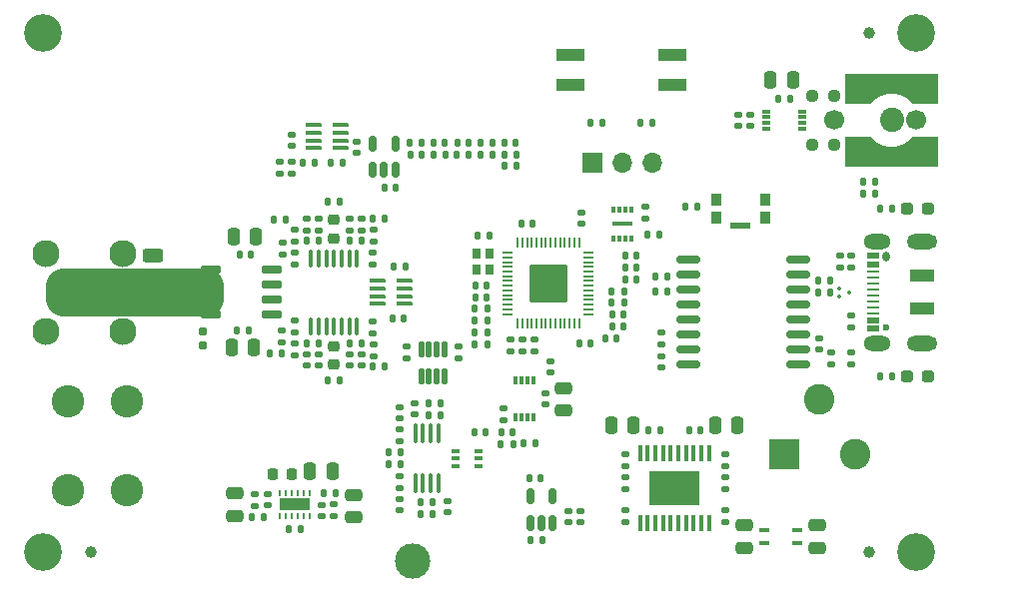
<source format=gts>
G04 #@! TF.GenerationSoftware,KiCad,Pcbnew,8.0.4-8.0.4-0~ubuntu22.04.1*
G04 #@! TF.CreationDate,2024-08-15T16:32:52-07:00*
G04 #@! TF.ProjectId,harp_lick_detector_capactive,68617270-5f6c-4696-936b-5f6465746563,rev?*
G04 #@! TF.SameCoordinates,PX640a5a0PY7088980*
G04 #@! TF.FileFunction,Soldermask,Top*
G04 #@! TF.FilePolarity,Negative*
%FSLAX46Y46*%
G04 Gerber Fmt 4.6, Leading zero omitted, Abs format (unit mm)*
G04 Created by KiCad (PCBNEW 8.0.4-8.0.4-0~ubuntu22.04.1) date 2024-08-15 16:32:52*
%MOMM*%
%LPD*%
G01*
G04 APERTURE LIST*
G04 Aperture macros list*
%AMRoundRect*
0 Rectangle with rounded corners*
0 $1 Rounding radius*
0 $2 $3 $4 $5 $6 $7 $8 $9 X,Y pos of 4 corners*
0 Add a 4 corners polygon primitive as box body*
4,1,4,$2,$3,$4,$5,$6,$7,$8,$9,$2,$3,0*
0 Add four circle primitives for the rounded corners*
1,1,$1+$1,$2,$3*
1,1,$1+$1,$4,$5*
1,1,$1+$1,$6,$7*
1,1,$1+$1,$8,$9*
0 Add four rect primitives between the rounded corners*
20,1,$1+$1,$2,$3,$4,$5,0*
20,1,$1+$1,$4,$5,$6,$7,0*
20,1,$1+$1,$6,$7,$8,$9,0*
20,1,$1+$1,$8,$9,$2,$3,0*%
%AMFreePoly0*
4,1,32,6.515355,1.015355,6.530000,0.980000,6.530000,-1.460000,6.515355,-1.495355,6.480000,-1.510000,4.370000,-1.510000,4.334645,-1.495355,4.331733,-1.492182,4.233311,-1.375152,4.010127,-1.166712,3.760982,-0.990846,3.490208,-0.850542,3.202845,-0.748414,2.904254,-0.686366,2.600000,-0.665554,2.295745,-0.686366,1.997154,-0.748414,1.709791,-0.850542,1.439017,-0.990846,1.189872,-1.166712,
0.966688,-1.375152,0.868267,-1.492182,0.834303,-1.509815,0.830000,-1.510000,-1.280000,-1.510000,-1.315355,-1.495355,-1.330000,-1.460000,-1.330000,0.980000,-1.315355,1.015355,-1.280000,1.030000,6.480000,1.030000,6.515355,1.015355,6.515355,1.015355,$1*%
G04 Aperture macros list end*
%ADD10C,3.000000*%
%ADD11RoundRect,0.140000X-0.140000X-0.170000X0.140000X-0.170000X0.140000X0.170000X-0.140000X0.170000X0*%
%ADD12RoundRect,0.140000X-0.170000X0.140000X-0.170000X-0.140000X0.170000X-0.140000X0.170000X0.140000X0*%
%ADD13RoundRect,0.135000X0.185000X-0.135000X0.185000X0.135000X-0.185000X0.135000X-0.185000X-0.135000X0*%
%ADD14RoundRect,0.135000X-0.135000X-0.185000X0.135000X-0.185000X0.135000X0.185000X-0.135000X0.185000X0*%
%ADD15RoundRect,0.237500X0.287500X0.237500X-0.287500X0.237500X-0.287500X-0.237500X0.287500X-0.237500X0*%
%ADD16RoundRect,0.135000X-0.185000X0.135000X-0.185000X-0.135000X0.185000X-0.135000X0.185000X0.135000X0*%
%ADD17RoundRect,0.140000X0.140000X0.170000X-0.140000X0.170000X-0.140000X-0.170000X0.140000X-0.170000X0*%
%ADD18RoundRect,0.135000X0.135000X0.185000X-0.135000X0.185000X-0.135000X-0.185000X0.135000X-0.185000X0*%
%ADD19R,2.600000X2.600000*%
%ADD20C,2.600000*%
%ADD21RoundRect,0.140000X0.170000X-0.140000X0.170000X0.140000X-0.170000X0.140000X-0.170000X-0.140000X0*%
%ADD22RoundRect,0.250000X-0.475000X0.250000X-0.475000X-0.250000X0.475000X-0.250000X0.475000X0.250000X0*%
%ADD23RoundRect,0.160000X0.160000X-0.197500X0.160000X0.197500X-0.160000X0.197500X-0.160000X-0.197500X0*%
%ADD24C,2.200000*%
%ADD25C,2.300000*%
%ADD26R,2.440000X1.120000*%
%ADD27RoundRect,0.100000X-0.562500X-0.100000X0.562500X-0.100000X0.562500X0.100000X-0.562500X0.100000X0*%
%ADD28RoundRect,0.075000X-0.075000X0.075000X-0.075000X-0.075000X0.075000X-0.075000X0.075000X0.075000X0*%
%ADD29RoundRect,0.250000X-0.625000X0.312500X-0.625000X-0.312500X0.625000X-0.312500X0.625000X0.312500X0*%
%ADD30RoundRect,0.062500X-0.062500X0.187500X-0.062500X-0.187500X0.062500X-0.187500X0.062500X0.187500X0*%
%ADD31R,2.650000X1.000000*%
%ADD32RoundRect,0.250000X-0.250000X-0.475000X0.250000X-0.475000X0.250000X0.475000X-0.250000X0.475000X0*%
%ADD33RoundRect,0.225000X0.250000X-0.225000X0.250000X0.225000X-0.250000X0.225000X-0.250000X-0.225000X0*%
%ADD34RoundRect,0.150000X-0.725000X-0.150000X0.725000X-0.150000X0.725000X0.150000X-0.725000X0.150000X0*%
%ADD35R,0.800000X0.300000*%
%ADD36C,3.200000*%
%ADD37RoundRect,0.050000X-0.050000X0.387500X-0.050000X-0.387500X0.050000X-0.387500X0.050000X0.387500X0*%
%ADD38RoundRect,0.050000X-0.387500X0.050000X-0.387500X-0.050000X0.387500X-0.050000X0.387500X0.050000X0*%
%ADD39RoundRect,0.144000X-1.456000X1.456000X-1.456000X-1.456000X1.456000X-1.456000X1.456000X1.456000X0*%
%ADD40RoundRect,0.237500X-0.250000X-0.237500X0.250000X-0.237500X0.250000X0.237500X-0.250000X0.237500X0*%
%ADD41C,0.600000*%
%ADD42R,2.000000X1.000000*%
%ADD43O,0.600000X0.850000*%
%ADD44R,1.000000X0.520000*%
%ADD45R,1.000000X0.270000*%
%ADD46O,2.300000X1.300000*%
%ADD47O,2.600000X1.300000*%
%ADD48RoundRect,0.250000X0.250000X0.475000X-0.250000X0.475000X-0.250000X-0.475000X0.250000X-0.475000X0*%
%ADD49R,0.900000X1.000000*%
%ADD50R,1.700000X0.550000*%
%ADD51R,0.800000X0.900000*%
%ADD52RoundRect,0.147500X-0.172500X0.147500X-0.172500X-0.147500X0.172500X-0.147500X0.172500X0.147500X0*%
%ADD53C,1.000000*%
%ADD54RoundRect,0.100000X-0.100000X0.712500X-0.100000X-0.712500X0.100000X-0.712500X0.100000X0.712500X0*%
%ADD55RoundRect,0.150000X0.875000X0.150000X-0.875000X0.150000X-0.875000X-0.150000X0.875000X-0.150000X0*%
%ADD56R,0.300000X0.800000*%
%ADD57C,2.050000*%
%ADD58FreePoly0,180.000000*%
%ADD59FreePoly0,0.000000*%
%ADD60RoundRect,0.125000X0.125000X-0.537500X0.125000X0.537500X-0.125000X0.537500X-0.125000X-0.537500X0*%
%ADD61RoundRect,0.100000X0.100000X-0.637500X0.100000X0.637500X-0.100000X0.637500X-0.100000X-0.637500X0*%
%ADD62RoundRect,0.100000X0.225000X0.100000X-0.225000X0.100000X-0.225000X-0.100000X0.225000X-0.100000X0*%
%ADD63RoundRect,0.147500X0.147500X0.172500X-0.147500X0.172500X-0.147500X-0.172500X0.147500X-0.172500X0*%
%ADD64R,0.450000X1.450000*%
%ADD65R,4.200000X3.000000*%
%ADD66RoundRect,0.160000X-0.197500X-0.160000X0.197500X-0.160000X0.197500X0.160000X-0.197500X0.160000X0*%
%ADD67C,2.750000*%
%ADD68RoundRect,0.225000X-0.225000X-0.250000X0.225000X-0.250000X0.225000X0.250000X-0.225000X0.250000X0*%
%ADD69RoundRect,0.150000X0.150000X-0.512500X0.150000X0.512500X-0.150000X0.512500X-0.150000X-0.512500X0*%
%ADD70R,1.700000X1.700000*%
%ADD71O,1.700000X1.700000*%
%ADD72R,0.300000X0.600000*%
%ADD73R,1.700000X0.300000*%
%ADD74RoundRect,0.100000X0.350000X0.100000X-0.350000X0.100000X-0.350000X-0.100000X0.350000X-0.100000X0*%
%ADD75RoundRect,0.250000X0.475000X-0.250000X0.475000X0.250000X-0.475000X0.250000X-0.475000X-0.250000X0*%
%ADD76C,3.000000*%
%ADD77C,1.700000*%
G04 APERTURE END LIST*
D10*
X4650000Y25550000D02*
X16800000Y25550000D01*
X16800000Y24450000D01*
X4650000Y24450000D01*
X4650000Y25550000D01*
G36*
X4650000Y25550000D02*
G01*
X16800000Y25550000D01*
X16800000Y24450000D01*
X4650000Y24450000D01*
X4650000Y25550000D01*
G37*
D11*
G04 #@! TO.C,C6*
X39620000Y24600000D03*
X40580000Y24600000D03*
G04 #@! TD*
D12*
G04 #@! TO.C,C30*
X25300000Y31230000D03*
X25300000Y30270000D03*
G04 #@! TD*
D13*
G04 #@! TO.C,R28*
X43600000Y19990000D03*
X43600000Y21010000D03*
G04 #@! TD*
D14*
G04 #@! TO.C,R24*
X22190000Y19800000D03*
X23210000Y19800000D03*
G04 #@! TD*
D15*
G04 #@! TO.C,D1*
X77975000Y17900000D03*
X76225000Y17900000D03*
G04 #@! TD*
D16*
G04 #@! TO.C,R56*
X23070866Y36110000D03*
X23070866Y35090000D03*
G04 #@! TD*
D17*
G04 #@! TO.C,C21*
X20380000Y21800000D03*
X19420000Y21800000D03*
G04 #@! TD*
G04 #@! TO.C,C19*
X49380000Y20700000D03*
X48420000Y20700000D03*
G04 #@! TD*
D13*
G04 #@! TO.C,R40*
X60800000Y8327500D03*
X60800000Y9347500D03*
G04 #@! TD*
D18*
G04 #@! TO.C,R52*
X36010000Y6200000D03*
X34990000Y6200000D03*
G04 #@! TD*
D12*
G04 #@! TO.C,C75*
X38200000Y20380000D03*
X38200000Y19420000D03*
G04 #@! TD*
D13*
G04 #@! TO.C,R44*
X42600000Y19990000D03*
X42600000Y21010000D03*
G04 #@! TD*
D17*
G04 #@! TO.C,C71*
X28350866Y36000000D03*
X27390866Y36000000D03*
G04 #@! TD*
D11*
G04 #@! TO.C,C9*
X51220000Y23100000D03*
X52180000Y23100000D03*
G04 #@! TD*
D16*
G04 #@! TO.C,R73*
X30900000Y22520000D03*
X30900000Y21500000D03*
G04 #@! TD*
D14*
G04 #@! TO.C,R58*
X53590000Y39400000D03*
X54610000Y39400000D03*
G04 #@! TD*
D13*
G04 #@! TO.C,R67*
X31000000Y29290000D03*
X31000000Y30310000D03*
G04 #@! TD*
D14*
G04 #@! TO.C,R62*
X34990000Y7200000D03*
X36010000Y7200000D03*
G04 #@! TD*
D19*
G04 #@! TO.C,J6*
X65800000Y11250000D03*
D20*
X71800000Y11250000D03*
X68800000Y15950000D03*
G04 #@! TD*
D21*
G04 #@! TO.C,C61*
X29600000Y36820000D03*
X29600000Y37780000D03*
G04 #@! TD*
G04 #@! TO.C,C27*
X48500000Y5520000D03*
X48500000Y6480000D03*
G04 #@! TD*
D14*
G04 #@! TO.C,R66*
X28990000Y29350000D03*
X30010000Y29350000D03*
G04 #@! TD*
D12*
G04 #@! TO.C,C38*
X33200000Y15280000D03*
X33200000Y14320000D03*
G04 #@! TD*
D22*
G04 #@! TO.C,C45*
X62400000Y5250000D03*
X62400000Y3350000D03*
G04 #@! TD*
D23*
G04 #@! TO.C,R59*
X16500000Y20502500D03*
X16500000Y21697500D03*
G04 #@! TD*
D21*
G04 #@! TO.C,C66*
X33800000Y19420000D03*
X33800000Y20380000D03*
G04 #@! TD*
D18*
G04 #@! TO.C,R26*
X26310000Y20650000D03*
X25290000Y20650000D03*
G04 #@! TD*
D14*
G04 #@! TO.C,R75*
X39590000Y20600000D03*
X40610000Y20600000D03*
G04 #@! TD*
G04 #@! TO.C,R60*
X39590000Y22600000D03*
X40610000Y22600000D03*
G04 #@! TD*
D16*
G04 #@! TO.C,R38*
X60800000Y11247500D03*
X60800000Y10227500D03*
G04 #@! TD*
D24*
G04 #@! TO.C,J3*
X7000000Y25000000D03*
X4460000Y25000000D03*
D25*
X3190000Y21723400D03*
X9743200Y21723400D03*
X3190000Y28276600D03*
X9743200Y28276600D03*
G04 #@! TD*
D26*
G04 #@! TO.C,SW2*
X47695000Y45170000D03*
X47695000Y42630000D03*
X56305000Y42630000D03*
X56305000Y45170000D03*
G04 #@! TD*
D11*
G04 #@! TO.C,C13*
X43520000Y30800000D03*
X44480000Y30800000D03*
G04 #@! TD*
D14*
G04 #@! TO.C,R11*
X51190000Y24100000D03*
X52210000Y24100000D03*
G04 #@! TD*
D11*
G04 #@! TO.C,C60*
X39520000Y13100000D03*
X40480000Y13100000D03*
G04 #@! TD*
G04 #@! TO.C,C8*
X72520000Y33400000D03*
X73480000Y33400000D03*
G04 #@! TD*
D27*
G04 #@! TO.C,U14*
X31362500Y25975000D03*
X31362500Y25325000D03*
X31362500Y24675000D03*
X31362500Y24025000D03*
X33637500Y24025000D03*
X33637500Y24675000D03*
X33637500Y25325000D03*
X33637500Y25975000D03*
G04 #@! TD*
D21*
G04 #@! TO.C,C64*
X37300000Y6320000D03*
X37300000Y7280000D03*
G04 #@! TD*
D28*
G04 #@! TO.C,U2*
X70475000Y25350000D03*
X70475000Y24650000D03*
X71325000Y25000000D03*
G04 #@! TD*
D17*
G04 #@! TO.C,C41*
X24780000Y4900000D03*
X23820000Y4900000D03*
G04 #@! TD*
D13*
G04 #@! TO.C,R29*
X44600000Y19990000D03*
X44600000Y21010000D03*
G04 #@! TD*
D16*
G04 #@! TO.C,R39*
X52300000Y11247500D03*
X52300000Y10227500D03*
G04 #@! TD*
D29*
G04 #@! TO.C,R14*
X12300000Y28150000D03*
X12300000Y25225000D03*
G04 #@! TD*
D17*
G04 #@! TO.C,C28*
X45180000Y9200000D03*
X44220000Y9200000D03*
G04 #@! TD*
D21*
G04 #@! TO.C,C56*
X71500000Y18920000D03*
X71500000Y19880000D03*
G04 #@! TD*
D18*
G04 #@! TO.C,R69*
X28160000Y17500000D03*
X27140000Y17500000D03*
G04 #@! TD*
D30*
G04 #@! TO.C,U11*
X25550000Y7950000D03*
X25050000Y7950000D03*
X24550000Y7950000D03*
X24050000Y7950000D03*
X23550000Y7950000D03*
X23050000Y7950000D03*
X23050000Y6050000D03*
X23550000Y6050000D03*
X24050000Y6050000D03*
X24550000Y6050000D03*
X25050000Y6050000D03*
X25550000Y6050000D03*
D31*
X24300000Y7000000D03*
G04 #@! TD*
D32*
G04 #@! TO.C,C22*
X19150000Y29700000D03*
X21050000Y29700000D03*
G04 #@! TD*
G04 #@! TO.C,C40*
X25600000Y9800000D03*
X27500000Y9800000D03*
G04 #@! TD*
D21*
G04 #@! TO.C,C54*
X62900000Y39120000D03*
X62900000Y40080000D03*
G04 #@! TD*
D13*
G04 #@! TO.C,R3*
X70500000Y27090000D03*
X70500000Y28110000D03*
G04 #@! TD*
D33*
G04 #@! TO.C,C24*
X27650000Y18875000D03*
X27650000Y20425000D03*
G04 #@! TD*
D14*
G04 #@! TO.C,R54*
X24960866Y36000000D03*
X25980866Y36000000D03*
G04 #@! TD*
D34*
G04 #@! TO.C,U7*
X17225000Y26905000D03*
X17225000Y25635000D03*
X17225000Y24365000D03*
X17225000Y23095000D03*
X22375000Y23095000D03*
X22375000Y24365000D03*
X22375000Y25635000D03*
X22375000Y26905000D03*
G04 #@! TD*
D35*
G04 #@! TO.C,U1*
X64250000Y40350000D03*
X64250000Y39850000D03*
X64250000Y39350000D03*
X64250000Y38850000D03*
X67350000Y38850000D03*
X67350000Y39350000D03*
X67350000Y39850000D03*
X67350000Y40350000D03*
G04 #@! TD*
D13*
G04 #@! TO.C,R47*
X24350000Y21590000D03*
X24350000Y22610000D03*
G04 #@! TD*
D36*
G04 #@! TO.C,REF\u002A\u002A*
X77000000Y3000000D03*
G04 #@! TD*
D13*
G04 #@! TO.C,R46*
X24350000Y27390000D03*
X24350000Y28410000D03*
G04 #@! TD*
D14*
G04 #@! TO.C,R57*
X49390000Y39400000D03*
X50410000Y39400000D03*
G04 #@! TD*
D37*
G04 #@! TO.C,U4*
X48400000Y29200000D03*
X48000000Y29200000D03*
X47600000Y29200000D03*
X47200000Y29200000D03*
X46800000Y29200000D03*
X46400000Y29200000D03*
X46000000Y29200000D03*
X45600000Y29200000D03*
X45200000Y29200000D03*
X44800000Y29200000D03*
X44400000Y29200000D03*
X44000000Y29200000D03*
X43600000Y29200000D03*
X43200000Y29200000D03*
D38*
X42362500Y28362500D03*
X42362500Y27962500D03*
X42362500Y27562500D03*
X42362500Y27162500D03*
X42362500Y26762500D03*
X42362500Y26362500D03*
X42362500Y25962500D03*
X42362500Y25562500D03*
X42362500Y25162500D03*
X42362500Y24762500D03*
X42362500Y24362500D03*
X42362500Y23962500D03*
X42362500Y23562500D03*
X42362500Y23162500D03*
D37*
X43200000Y22325000D03*
X43600000Y22325000D03*
X44000000Y22325000D03*
X44400000Y22325000D03*
X44800000Y22325000D03*
X45200000Y22325000D03*
X45600000Y22325000D03*
X46000000Y22325000D03*
X46400000Y22325000D03*
X46800000Y22325000D03*
X47200000Y22325000D03*
X47600000Y22325000D03*
X48000000Y22325000D03*
X48400000Y22325000D03*
D38*
X49237500Y23162500D03*
X49237500Y23562500D03*
X49237500Y23962500D03*
X49237500Y24362500D03*
X49237500Y24762500D03*
X49237500Y25162500D03*
X49237500Y25562500D03*
X49237500Y25962500D03*
X49237500Y26362500D03*
X49237500Y26762500D03*
X49237500Y27162500D03*
X49237500Y27562500D03*
X49237500Y27962500D03*
X49237500Y28362500D03*
D39*
X45800000Y25762500D03*
G04 #@! TD*
D36*
G04 #@! TO.C,REF\u002A\u002A*
X77000000Y47000000D03*
G04 #@! TD*
D21*
G04 #@! TO.C,C3*
X55400000Y20620000D03*
X55400000Y21580000D03*
G04 #@! TD*
D40*
G04 #@! TO.C,R30*
X68187500Y41700000D03*
X70012500Y41700000D03*
G04 #@! TD*
D41*
G04 #@! TO.C,J5*
X74400000Y22000000D03*
D42*
X77500000Y23600000D03*
X77500000Y26400000D03*
D43*
X74400000Y28000000D03*
D44*
X73300000Y21900000D03*
X73300000Y22650000D03*
D45*
X73300000Y23250000D03*
X73300000Y24750000D03*
X73300000Y25750000D03*
X73300000Y26750000D03*
D44*
X73300000Y27350000D03*
X73300000Y28100000D03*
X73300000Y28100000D03*
X73300000Y27350000D03*
D45*
X73300000Y26250000D03*
X73300000Y25250000D03*
X73300000Y24250000D03*
X73300000Y23750000D03*
D44*
X73300000Y22650000D03*
X73300000Y21900000D03*
D46*
X73675000Y20680000D03*
D47*
X77500000Y20680000D03*
D46*
X73675000Y29320000D03*
D47*
X77500000Y29320000D03*
G04 #@! TD*
D48*
G04 #@! TO.C,C23*
X20850000Y20300000D03*
X18950000Y20300000D03*
G04 #@! TD*
D18*
G04 #@! TO.C,R7*
X55910000Y25100000D03*
X54890000Y25100000D03*
G04 #@! TD*
G04 #@! TO.C,R50*
X43080866Y35700000D03*
X42060866Y35700000D03*
G04 #@! TD*
D49*
G04 #@! TO.C,SW1*
X60050000Y31300000D03*
X60050000Y32900000D03*
X64150000Y32900000D03*
X64150000Y31300000D03*
D50*
X62100000Y30675000D03*
G04 #@! TD*
D21*
G04 #@! TO.C,C2*
X68800000Y20120000D03*
X68800000Y21080000D03*
G04 #@! TD*
D18*
G04 #@! TO.C,R17*
X39080866Y36700000D03*
X38060866Y36700000D03*
G04 #@! TD*
D27*
G04 #@! TO.C,U18*
X25933366Y39175000D03*
X25933366Y38525000D03*
X25933366Y37875000D03*
X25933366Y37225000D03*
X28208366Y37225000D03*
X28208366Y37875000D03*
X28208366Y38525000D03*
X28208366Y39175000D03*
G04 #@! TD*
D13*
G04 #@! TO.C,R32*
X27650000Y5990000D03*
X27650000Y7010000D03*
G04 #@! TD*
D36*
G04 #@! TO.C,REF\u002A\u002A*
X3000000Y47000000D03*
G04 #@! TD*
D51*
G04 #@! TO.C,X1*
X39750000Y28300000D03*
X39750000Y26900000D03*
X40850000Y26900000D03*
X40850000Y28300000D03*
G04 #@! TD*
D17*
G04 #@! TO.C,C52*
X42780000Y13150000D03*
X41820000Y13150000D03*
G04 #@! TD*
D18*
G04 #@! TO.C,R6*
X55910000Y26300000D03*
X54890000Y26300000D03*
G04 #@! TD*
D14*
G04 #@! TO.C,R61*
X39590000Y21600000D03*
X40610000Y21600000D03*
G04 #@! TD*
G04 #@! TO.C,R12*
X73890000Y17900000D03*
X74910000Y17900000D03*
G04 #@! TD*
D17*
G04 #@! TO.C,C50*
X44680000Y12200000D03*
X43720000Y12200000D03*
G04 #@! TD*
D52*
G04 #@! TO.C,D3*
X71500000Y28085000D03*
X71500000Y27115000D03*
G04 #@! TD*
D17*
G04 #@! TO.C,C14*
X53280000Y26100000D03*
X52320000Y26100000D03*
G04 #@! TD*
D21*
G04 #@! TO.C,C44*
X22000000Y6920000D03*
X22000000Y7880000D03*
G04 #@! TD*
D36*
G04 #@! TO.C,REF\u002A\u002A*
X3000000Y3000000D03*
G04 #@! TD*
D11*
G04 #@! TO.C,C70*
X32620000Y22800000D03*
X33580000Y22800000D03*
G04 #@! TD*
D18*
G04 #@! TO.C,R4*
X69710000Y26000000D03*
X68690000Y26000000D03*
G04 #@! TD*
D15*
G04 #@! TO.C,D2*
X77975000Y32100000D03*
X76225000Y32100000D03*
G04 #@! TD*
D17*
G04 #@! TO.C,C18*
X53280000Y27100000D03*
X52320000Y27100000D03*
G04 #@! TD*
D14*
G04 #@! TO.C,R70*
X30890000Y18700000D03*
X31910000Y18700000D03*
G04 #@! TD*
D11*
G04 #@! TO.C,C10*
X51220000Y22100000D03*
X52180000Y22100000D03*
G04 #@! TD*
D21*
G04 #@! TO.C,C69*
X34500000Y14620000D03*
X34500000Y15580000D03*
G04 #@! TD*
D14*
G04 #@! TO.C,R49*
X32290000Y10410000D03*
X33310000Y10410000D03*
G04 #@! TD*
D13*
G04 #@! TO.C,R27*
X24350000Y29280000D03*
X24350000Y30300000D03*
G04 #@! TD*
G04 #@! TO.C,R18*
X23300000Y28190000D03*
X23300000Y29210000D03*
G04 #@! TD*
D18*
G04 #@! TO.C,R5*
X69710000Y25000000D03*
X68690000Y25000000D03*
G04 #@! TD*
D17*
G04 #@! TO.C,C59*
X45280000Y4000000D03*
X44320000Y4000000D03*
G04 #@! TD*
D16*
G04 #@! TO.C,R72*
X31000000Y20610000D03*
X31000000Y19590000D03*
G04 #@! TD*
D18*
G04 #@! TO.C,R16*
X41080866Y36700000D03*
X40060866Y36700000D03*
G04 #@! TD*
D48*
G04 #@! TO.C,C48*
X53050000Y13737500D03*
X51150000Y13737500D03*
G04 #@! TD*
D13*
G04 #@! TO.C,R23*
X23200000Y20790000D03*
X23200000Y21810000D03*
G04 #@! TD*
D21*
G04 #@! TO.C,C51*
X45600000Y15470000D03*
X45600000Y16430000D03*
G04 #@! TD*
D12*
G04 #@! TO.C,C37*
X69800000Y19880000D03*
X69800000Y18920000D03*
G04 #@! TD*
D21*
G04 #@! TO.C,C74*
X29000000Y18770000D03*
X29000000Y19730000D03*
G04 #@! TD*
D16*
G04 #@! TO.C,R9*
X54000000Y32310000D03*
X54000000Y31290000D03*
G04 #@! TD*
D53*
G04 #@! TO.C,FID2*
X73000000Y3000000D03*
G04 #@! TD*
D17*
G04 #@! TO.C,C1*
X55180000Y29900000D03*
X54220000Y29900000D03*
G04 #@! TD*
D12*
G04 #@! TO.C,C31*
X26300000Y31230000D03*
X26300000Y30270000D03*
G04 #@! TD*
D11*
G04 #@! TO.C,C35*
X42090866Y37700000D03*
X43050866Y37700000D03*
G04 #@! TD*
D54*
G04 #@! TO.C,U10*
X36475000Y13012500D03*
X35825000Y13012500D03*
X35175000Y13012500D03*
X34525000Y13012500D03*
X34525000Y8787500D03*
X35175000Y8787500D03*
X35825000Y8787500D03*
X36475000Y8787500D03*
G04 #@! TD*
D14*
G04 #@! TO.C,R53*
X35640000Y15600000D03*
X36660000Y15600000D03*
G04 #@! TD*
D22*
G04 #@! TO.C,C76*
X29300000Y7800000D03*
X29300000Y5900000D03*
G04 #@! TD*
G04 #@! TO.C,C11*
X47100000Y16900000D03*
X47100000Y15000000D03*
G04 #@! TD*
D48*
G04 #@! TO.C,C39*
X66550000Y43000000D03*
X64650000Y43000000D03*
G04 #@! TD*
D13*
G04 #@! TO.C,R41*
X52300000Y8327500D03*
X52300000Y9347500D03*
G04 #@! TD*
D12*
G04 #@! TO.C,C12*
X48600000Y31780000D03*
X48600000Y30820000D03*
G04 #@! TD*
D11*
G04 #@! TO.C,C15*
X39620000Y25600000D03*
X40580000Y25600000D03*
G04 #@! TD*
D55*
G04 #@! TO.C,U3*
X66950000Y18855000D03*
X66950000Y20125000D03*
X66950000Y21395000D03*
X66950000Y22665000D03*
X66950000Y23935000D03*
X66950000Y25205000D03*
X66950000Y26475000D03*
X66950000Y27745000D03*
X57650000Y27745000D03*
X57650000Y26475000D03*
X57650000Y25205000D03*
X57650000Y23935000D03*
X57650000Y22665000D03*
X57650000Y21395000D03*
X57650000Y20125000D03*
X57650000Y18855000D03*
G04 #@! TD*
D11*
G04 #@! TO.C,C46*
X57720000Y13337500D03*
X58680000Y13337500D03*
G04 #@! TD*
G04 #@! TO.C,C55*
X65320000Y41400000D03*
X66280000Y41400000D03*
G04 #@! TD*
D21*
G04 #@! TO.C,C65*
X33200000Y6520000D03*
X33200000Y7480000D03*
G04 #@! TD*
D11*
G04 #@! TO.C,C57*
X38090866Y37700000D03*
X39050866Y37700000D03*
G04 #@! TD*
D12*
G04 #@! TO.C,C26*
X47500000Y6480000D03*
X47500000Y5520000D03*
G04 #@! TD*
D18*
G04 #@! TO.C,R65*
X31960000Y31250000D03*
X30940000Y31250000D03*
G04 #@! TD*
D17*
G04 #@! TO.C,C47*
X55280000Y13337500D03*
X54320000Y13337500D03*
G04 #@! TD*
D56*
G04 #@! TO.C,U13*
X44550000Y17500000D03*
X44050000Y17500000D03*
X43550000Y17500000D03*
X43050000Y17500000D03*
X43050000Y14400000D03*
X43550000Y14400000D03*
X44050000Y14400000D03*
X44550000Y14400000D03*
G04 #@! TD*
D18*
G04 #@! TO.C,R8*
X43080866Y36700000D03*
X42060866Y36700000D03*
G04 #@! TD*
D57*
G04 #@! TO.C,J7*
X74900000Y39600000D03*
D58*
X77500000Y36700000D03*
D59*
X72300000Y42500000D03*
G04 #@! TD*
D60*
G04 #@! TO.C,U15*
X35025000Y17862500D03*
X35675000Y17862500D03*
X36325000Y17862500D03*
X36975000Y17862500D03*
X36975000Y20137500D03*
X36325000Y20137500D03*
X35675000Y20137500D03*
X35025000Y20137500D03*
G04 #@! TD*
D18*
G04 #@! TO.C,R64*
X28160000Y32650000D03*
X27140000Y32650000D03*
G04 #@! TD*
D21*
G04 #@! TO.C,C16*
X45950000Y18220000D03*
X45950000Y19180000D03*
G04 #@! TD*
D61*
G04 #@! TO.C,U6*
X25700000Y22137500D03*
X26350000Y22137500D03*
X27000000Y22137500D03*
X27650000Y22137500D03*
X28300000Y22137500D03*
X28950000Y22137500D03*
X29600000Y22137500D03*
X29600000Y27862500D03*
X28950000Y27862500D03*
X28300000Y27862500D03*
X27650000Y27862500D03*
X27000000Y27862500D03*
X26350000Y27862500D03*
X25700000Y27862500D03*
G04 #@! TD*
D11*
G04 #@! TO.C,C62*
X31890866Y33900000D03*
X32850866Y33900000D03*
G04 #@! TD*
D14*
G04 #@! TO.C,R71*
X28990000Y20650000D03*
X30010000Y20650000D03*
G04 #@! TD*
D13*
G04 #@! TO.C,R37*
X52300000Y5527500D03*
X52300000Y6547500D03*
G04 #@! TD*
D14*
G04 #@! TO.C,R10*
X51190000Y25050000D03*
X52210000Y25050000D03*
G04 #@! TD*
D18*
G04 #@! TO.C,R51*
X33310000Y11410000D03*
X32290000Y11410000D03*
G04 #@! TD*
D21*
G04 #@! TO.C,C34*
X26300000Y18770000D03*
X26300000Y19730000D03*
G04 #@! TD*
D17*
G04 #@! TO.C,C17*
X51580000Y21100000D03*
X50620000Y21100000D03*
G04 #@! TD*
D21*
G04 #@! TO.C,C73*
X30000000Y18770000D03*
X30000000Y19730000D03*
G04 #@! TD*
D14*
G04 #@! TO.C,R13*
X73890000Y32100000D03*
X74910000Y32100000D03*
G04 #@! TD*
D16*
G04 #@! TO.C,R21*
X33200000Y13420000D03*
X33200000Y12400000D03*
G04 #@! TD*
D62*
G04 #@! TO.C,U9*
X39850000Y10260000D03*
X39850000Y10910000D03*
X39850000Y11560000D03*
X37950000Y11560000D03*
X37950000Y10910000D03*
X37950000Y10260000D03*
G04 #@! TD*
D63*
G04 #@! TO.C,D4*
X73485000Y34400000D03*
X72515000Y34400000D03*
G04 #@! TD*
D13*
G04 #@! TO.C,R63*
X33200000Y8400000D03*
X33200000Y9420000D03*
G04 #@! TD*
D16*
G04 #@! TO.C,R2*
X71500000Y23010000D03*
X71500000Y21990000D03*
G04 #@! TD*
D12*
G04 #@! TO.C,C72*
X29000000Y31230000D03*
X29000000Y30270000D03*
G04 #@! TD*
D21*
G04 #@! TO.C,C63*
X24070866Y37420000D03*
X24070866Y38380000D03*
G04 #@! TD*
D11*
G04 #@! TO.C,C20*
X19620000Y28200000D03*
X20580000Y28200000D03*
G04 #@! TD*
D64*
G04 #@! TO.C,U12*
X59425000Y11350000D03*
X58775000Y11350000D03*
X58125000Y11350000D03*
X57475000Y11350000D03*
X56825000Y11350000D03*
X56175000Y11350000D03*
X55525000Y11350000D03*
X54875000Y11350000D03*
X54225000Y11350000D03*
X53575000Y11350000D03*
X53575000Y5450000D03*
X54225000Y5450000D03*
X54875000Y5450000D03*
X55525000Y5450000D03*
X56175000Y5450000D03*
X56825000Y5450000D03*
X57475000Y5450000D03*
X58125000Y5450000D03*
X58775000Y5450000D03*
X59425000Y5450000D03*
D65*
X56500000Y8400000D03*
G04 #@! TD*
D66*
G04 #@! TO.C,R15*
X14202500Y25600000D03*
X15397500Y25600000D03*
G04 #@! TD*
D22*
G04 #@! TO.C,C67*
X68600000Y5250000D03*
X68600000Y3350000D03*
G04 #@! TD*
D18*
G04 #@! TO.C,R34*
X27810000Y8000000D03*
X26790000Y8000000D03*
G04 #@! TD*
D12*
G04 #@! TO.C,C53*
X61900000Y40080000D03*
X61900000Y39120000D03*
G04 #@! TD*
D67*
G04 #@! TO.C,H1*
X10100000Y15750000D03*
X5100000Y15750000D03*
X10100000Y8250000D03*
X5100000Y8250000D03*
G04 #@! TD*
D68*
G04 #@! TO.C,C42*
X22475000Y9600000D03*
X24025000Y9600000D03*
G04 #@! TD*
D14*
G04 #@! TO.C,R22*
X35640000Y14600000D03*
X36660000Y14600000D03*
G04 #@! TD*
G04 #@! TO.C,R35*
X20690000Y5900000D03*
X21710000Y5900000D03*
G04 #@! TD*
G04 #@! TO.C,R19*
X22490000Y31200000D03*
X23510000Y31200000D03*
G04 #@! TD*
D12*
G04 #@! TO.C,C5*
X55400000Y19580000D03*
X55400000Y18620000D03*
G04 #@! TD*
D16*
G04 #@! TO.C,R55*
X24070866Y36110000D03*
X24070866Y35090000D03*
G04 #@! TD*
D18*
G04 #@! TO.C,R20*
X26310000Y29350000D03*
X25290000Y29350000D03*
G04 #@! TD*
D13*
G04 #@! TO.C,R68*
X30900000Y27380000D03*
X30900000Y28400000D03*
G04 #@! TD*
D40*
G04 #@! TO.C,R31*
X68187500Y37500000D03*
X70012500Y37500000D03*
G04 #@! TD*
D13*
G04 #@! TO.C,R36*
X60800000Y5527500D03*
X60800000Y6547500D03*
G04 #@! TD*
D69*
G04 #@! TO.C,U17*
X30920866Y35362500D03*
X31870866Y35362500D03*
X32820866Y35362500D03*
X32820866Y37637500D03*
X30920866Y37637500D03*
G04 #@! TD*
D12*
G04 #@! TO.C,C43*
X26600000Y6980000D03*
X26600000Y6020000D03*
G04 #@! TD*
D18*
G04 #@! TO.C,R45*
X37080866Y36700000D03*
X36060866Y36700000D03*
G04 #@! TD*
D11*
G04 #@! TO.C,C29*
X32720000Y27200000D03*
X33680000Y27200000D03*
G04 #@! TD*
D33*
G04 #@! TO.C,C25*
X27650000Y29575000D03*
X27650000Y31125000D03*
G04 #@! TD*
D32*
G04 #@! TO.C,C49*
X59950000Y13737500D03*
X61850000Y13737500D03*
G04 #@! TD*
D18*
G04 #@! TO.C,R43*
X42810000Y12150000D03*
X41790000Y12150000D03*
G04 #@! TD*
D70*
G04 #@! TO.C,J2*
X49500000Y36000000D03*
D71*
X52040000Y36000000D03*
X54580000Y36000000D03*
G04 #@! TD*
D14*
G04 #@! TO.C,R25*
X34060866Y37700000D03*
X35080866Y37700000D03*
G04 #@! TD*
D53*
G04 #@! TO.C,FID1*
X7000000Y3000000D03*
G04 #@! TD*
D14*
G04 #@! TO.C,R74*
X39590000Y23600000D03*
X40610000Y23600000D03*
G04 #@! TD*
D72*
G04 #@! TO.C,U5*
X52850000Y32050000D03*
X52350000Y32050000D03*
X51850000Y32050000D03*
X51350000Y32050000D03*
X51350000Y29550000D03*
X51850000Y29550000D03*
X52350000Y29550000D03*
X52850000Y29550000D03*
D73*
X52100000Y30800000D03*
G04 #@! TD*
D74*
G04 #@! TO.C,L1*
X66900000Y3725000D03*
X66900000Y4875000D03*
X64100000Y4875000D03*
X64100000Y3725000D03*
G04 #@! TD*
D16*
G04 #@! TO.C,R33*
X20950000Y7910000D03*
X20950000Y6890000D03*
G04 #@! TD*
D11*
G04 #@! TO.C,C36*
X40090866Y37700000D03*
X41050866Y37700000D03*
G04 #@! TD*
D16*
G04 #@! TO.C,R48*
X24350000Y20710000D03*
X24350000Y19690000D03*
G04 #@! TD*
D17*
G04 #@! TO.C,C32*
X35050866Y36700000D03*
X34090866Y36700000D03*
G04 #@! TD*
D53*
G04 #@! TO.C,FID3*
X73000000Y47000000D03*
G04 #@! TD*
D69*
G04 #@! TO.C,U8*
X44250000Y5462500D03*
X45200000Y5462500D03*
X46150000Y5462500D03*
X46150000Y7737500D03*
X44250000Y7737500D03*
G04 #@! TD*
D75*
G04 #@! TO.C,C77*
X19200000Y6050000D03*
X19200000Y7950000D03*
G04 #@! TD*
D17*
G04 #@! TO.C,C7*
X53280000Y28100000D03*
X52320000Y28100000D03*
G04 #@! TD*
D11*
G04 #@! TO.C,C4*
X39820000Y29800000D03*
X40780000Y29800000D03*
G04 #@! TD*
D21*
G04 #@! TO.C,C33*
X25300000Y18770000D03*
X25300000Y19730000D03*
G04 #@! TD*
D16*
G04 #@! TO.C,R42*
X42000000Y15160000D03*
X42000000Y14140000D03*
G04 #@! TD*
D76*
G04 #@! TO.C,TP1*
X34300000Y2200000D03*
G04 #@! TD*
D18*
G04 #@! TO.C,R1*
X58410000Y32300000D03*
X57390000Y32300000D03*
G04 #@! TD*
D12*
G04 #@! TO.C,C68*
X30000000Y31230000D03*
X30000000Y30270000D03*
G04 #@! TD*
D11*
G04 #@! TO.C,C58*
X36090866Y37700000D03*
X37050866Y37700000D03*
G04 #@! TD*
D77*
G04 #@! TO.C,J4*
X70000000Y39600000D03*
X77000000Y39600000D03*
G04 #@! TD*
M02*

</source>
